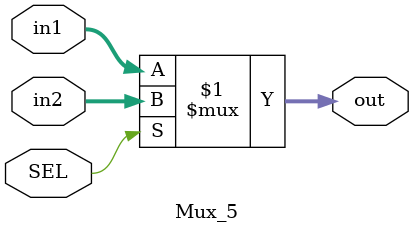
<source format=v>
`timescale 1ns / 1ps


module Mux_5(
    input SEL,
    input [4:0] in1,
    input [4:0] in2,
    output [4:0] out
    );
    assign out = (SEL)? in2 : in1;
endmodule

</source>
